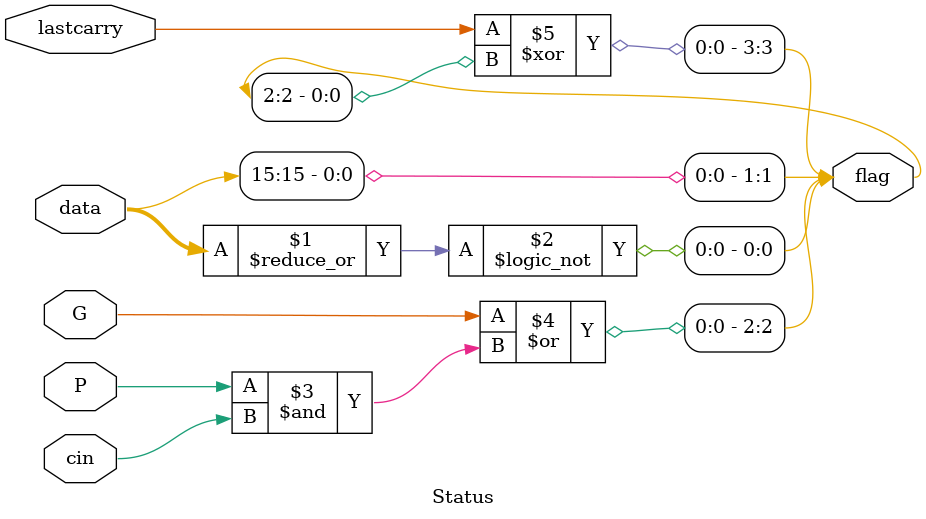
<source format=v>
`ifndef STATUS_V
`define STATUS_V

module Status(data, cin, G, P, lastcarry, flag);

    parameter width = 16;
    
    input wire[width-1:0] data;
    input wire cin, G, P, lastcarry;
    output wire[3:0] flag;

    assign flag[0] = ~|data; //Z
    assign flag[1] = data[width-1]; //N
    assign flag[2] = G | (P&cin); //C
    assign flag[3] = lastcarry^flag[2]; //V

endmodule

`endif

</source>
